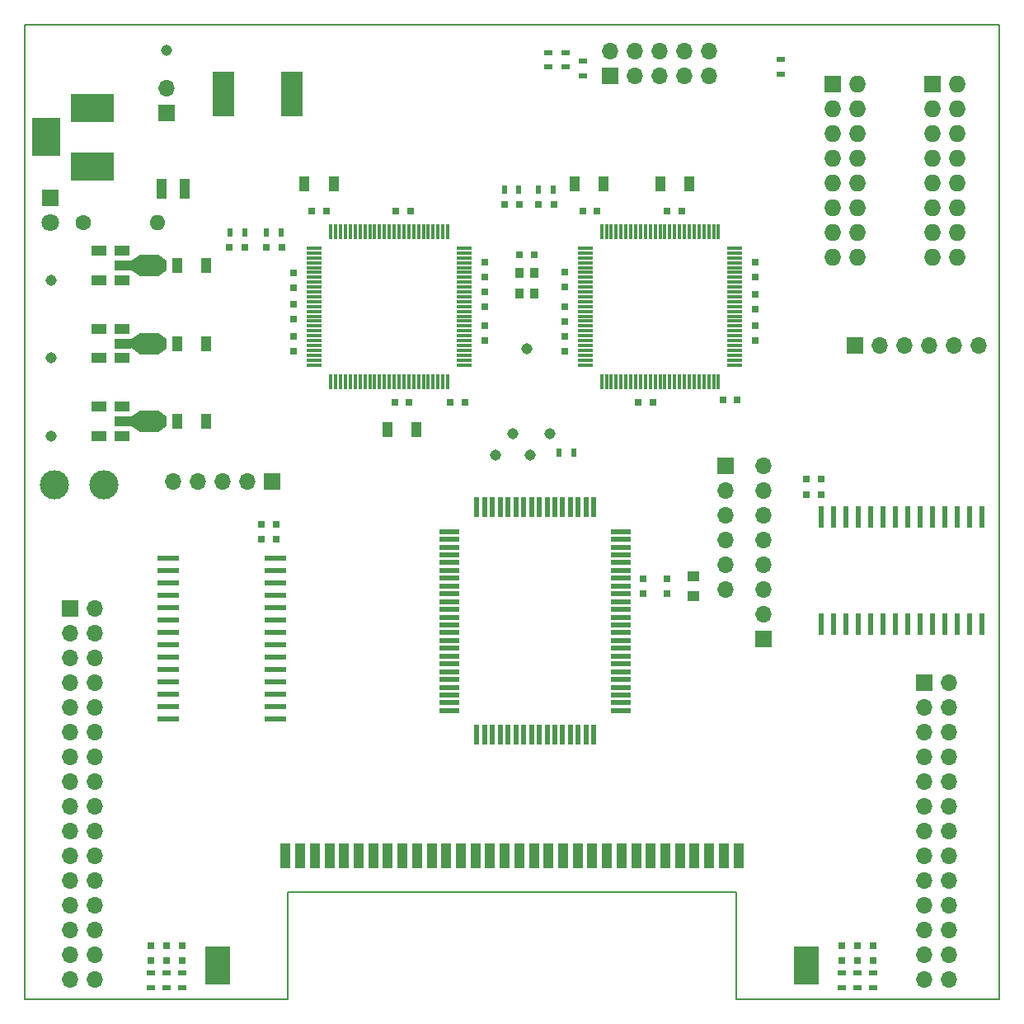
<source format=gbr>
G04 #@! TF.GenerationSoftware,KiCad,Pcbnew,5.1.6-c6e7f7d~86~ubuntu20.04.1*
G04 #@! TF.CreationDate,2020-05-17T16:05:01+03:00*
G04 #@! TF.ProjectId,GB-BENCH-G1,47422d42-454e-4434-982d-47312e6b6963,rev?*
G04 #@! TF.SameCoordinates,Original*
G04 #@! TF.FileFunction,Soldermask,Top*
G04 #@! TF.FilePolarity,Negative*
%FSLAX46Y46*%
G04 Gerber Fmt 4.6, Leading zero omitted, Abs format (unit mm)*
G04 Created by KiCad (PCBNEW 5.1.6-c6e7f7d~86~ubuntu20.04.1) date 2020-05-17 16:05:01*
%MOMM*%
%LPD*%
G01*
G04 APERTURE LIST*
G04 #@! TA.AperFunction,Profile*
%ADD10C,0.150000*%
G04 #@! TD*
%ADD11R,0.600000X2.200000*%
%ADD12C,3.000000*%
%ADD13R,2.200000X0.600000*%
%ADD14R,0.500000X2.000000*%
%ADD15R,2.000000X0.500000*%
%ADD16C,1.143000*%
%ADD17R,1.727200X1.727200*%
%ADD18O,1.727200X1.727200*%
%ADD19R,1.000000X1.600000*%
%ADD20R,0.750000X0.800000*%
%ADD21R,0.800000X0.750000*%
%ADD22R,1.600000X1.000000*%
%ADD23R,1.250000X1.000000*%
%ADD24R,1.800000X1.800000*%
%ADD25C,1.800000*%
%ADD26R,0.800000X0.800000*%
%ADD27R,1.140000X2.030000*%
%ADD28R,1.700000X1.700000*%
%ADD29O,1.700000X1.700000*%
%ADD30R,1.000000X2.500000*%
%ADD31R,2.500000X4.000000*%
%ADD32R,0.500000X0.900000*%
%ADD33C,1.600000*%
%ADD34O,1.600000X1.600000*%
%ADD35R,0.900000X0.500000*%
%ADD36R,0.300000X1.500000*%
%ADD37R,1.500000X0.300000*%
%ADD38C,0.100000*%
%ADD39R,1.500000X1.000000*%
%ADD40R,1.800000X1.000000*%
%ADD41R,1.840000X2.200000*%
%ADD42R,0.900000X1.000000*%
%ADD43R,2.300000X4.600000*%
%ADD44R,3.000000X4.000000*%
%ADD45R,4.500000X3.000000*%
G04 APERTURE END LIST*
D10*
X77000000Y-139000000D02*
X77000000Y-150000000D01*
X123000000Y-139000000D02*
X77000000Y-139000000D01*
X123000000Y-150000000D02*
X123000000Y-139000000D01*
X123000000Y-150000000D02*
X150000000Y-150000000D01*
X50000000Y-150000000D02*
X77000000Y-150000000D01*
X150000000Y-50000000D02*
X150000000Y-150000000D01*
X50000000Y-50000000D02*
X50000000Y-150000000D01*
X50000000Y-50000000D02*
X150000000Y-50000000D01*
D11*
X131745000Y-100500000D03*
X131745000Y-111500000D03*
X133015000Y-100500000D03*
X133015000Y-111500000D03*
X134285000Y-100500000D03*
X134285000Y-111500000D03*
X135555000Y-100500000D03*
X135555000Y-111500000D03*
X136825000Y-100500000D03*
X136825000Y-111500000D03*
X138095000Y-100500000D03*
X138095000Y-111500000D03*
X139365000Y-100500000D03*
X139365000Y-111500000D03*
X140635000Y-100500000D03*
X140635000Y-111500000D03*
X141905000Y-100500000D03*
X141905000Y-111500000D03*
X143175000Y-100500000D03*
X143175000Y-111500000D03*
X144445000Y-100500000D03*
X144445000Y-111500000D03*
X145715000Y-100500000D03*
X145715000Y-111500000D03*
X146985000Y-100500000D03*
X146985000Y-111500000D03*
X148255000Y-100500000D03*
X148255000Y-111500000D03*
D12*
X58100000Y-97200000D03*
X53020000Y-97200000D03*
D13*
X75700000Y-104760000D03*
X64700000Y-104760000D03*
X75700000Y-106030000D03*
X64700000Y-106030000D03*
X75700000Y-107300000D03*
X64700000Y-107300000D03*
X75700000Y-108570000D03*
X64700000Y-108570000D03*
X75700000Y-109840000D03*
X64700000Y-109840000D03*
X75700000Y-111110000D03*
X64700000Y-111110000D03*
X75700000Y-112380000D03*
X64700000Y-112380000D03*
X75700000Y-113650000D03*
X64700000Y-113650000D03*
X75700000Y-114920000D03*
X64700000Y-114920000D03*
X75700000Y-116190000D03*
X64700000Y-116190000D03*
X75700000Y-117460000D03*
X64700000Y-117460000D03*
X75700000Y-118730000D03*
X64700000Y-118730000D03*
X75700000Y-120000000D03*
X64700000Y-120000000D03*
X75700000Y-121270000D03*
X64700000Y-121270000D03*
D14*
X108400000Y-99500000D03*
D15*
X111200000Y-102000000D03*
X93600000Y-102000000D03*
X93600000Y-102800000D03*
X93600000Y-103600000D03*
X93600000Y-104400000D03*
X93600000Y-105200000D03*
X93600000Y-106000000D03*
X93600000Y-106800000D03*
X93600000Y-107600000D03*
X93600000Y-108400000D03*
X93600000Y-109200000D03*
X93600000Y-110000000D03*
X93600000Y-110800000D03*
X93600000Y-111600000D03*
X93600000Y-112400000D03*
X93600000Y-113200000D03*
X93600000Y-114000000D03*
X93600000Y-114800000D03*
X93600000Y-115600000D03*
X93600000Y-116400000D03*
X93600000Y-117200000D03*
X93600000Y-118000000D03*
X93600000Y-118800000D03*
X93600000Y-119600000D03*
X93600000Y-120400000D03*
D14*
X96400000Y-122900000D03*
X97200000Y-122900000D03*
X98000000Y-122900000D03*
X98800000Y-122900000D03*
X99600000Y-122900000D03*
X100400000Y-122900000D03*
X101200000Y-122900000D03*
X102000000Y-122900000D03*
X102800000Y-122900000D03*
X103600000Y-122900000D03*
X104400000Y-122900000D03*
X105200000Y-122900000D03*
X106000000Y-122900000D03*
X106800000Y-122900000D03*
X107600000Y-122900000D03*
X108400000Y-122900000D03*
D15*
X111200000Y-102800000D03*
X111200000Y-103600000D03*
X111200000Y-104400000D03*
X111200000Y-105200000D03*
X111200000Y-106000000D03*
X111200000Y-106800000D03*
X111200000Y-107600000D03*
X111200000Y-108400000D03*
X111200000Y-109200000D03*
X111200000Y-110000000D03*
X111200000Y-110800000D03*
X111200000Y-111600000D03*
X111200000Y-112400000D03*
X111200000Y-113200000D03*
X111200000Y-114000000D03*
X111200000Y-114800000D03*
X111200000Y-115600000D03*
X111200000Y-116400000D03*
X111200000Y-117200000D03*
X111200000Y-118000000D03*
X111200000Y-118800000D03*
X111200000Y-119600000D03*
X111200000Y-120400000D03*
D14*
X107600000Y-99500000D03*
X106800000Y-99500000D03*
X106000000Y-99500000D03*
X105200000Y-99500000D03*
X104400000Y-99500000D03*
X103600000Y-99500000D03*
X102800000Y-99500000D03*
X102000000Y-99500000D03*
X101200000Y-99500000D03*
X100400000Y-99500000D03*
X99600000Y-99500000D03*
X98800000Y-99500000D03*
X98000000Y-99500000D03*
X97200000Y-99500000D03*
X96400000Y-99500000D03*
D16*
X101900000Y-94200000D03*
X52700000Y-92200000D03*
D17*
X132960000Y-56100000D03*
D18*
X135500000Y-56100000D03*
X132960000Y-58640000D03*
X135500000Y-58640000D03*
X132960000Y-61180000D03*
X135500000Y-61180000D03*
X132960000Y-63720000D03*
X135500000Y-63720000D03*
X132960000Y-66260000D03*
X135500000Y-66260000D03*
X132960000Y-68800000D03*
X135500000Y-68800000D03*
X132960000Y-71340000D03*
X135500000Y-71340000D03*
X132960000Y-73880000D03*
X135500000Y-73880000D03*
D19*
X87200000Y-91500000D03*
X90200000Y-91500000D03*
D20*
X77600000Y-81950000D03*
X77600000Y-83450000D03*
D21*
X87950000Y-88700000D03*
X89450000Y-88700000D03*
D20*
X97200000Y-80850000D03*
X97200000Y-82350000D03*
D19*
X81700000Y-66300000D03*
X78700000Y-66300000D03*
D21*
X80950000Y-69100000D03*
X79450000Y-69100000D03*
D20*
X77600000Y-80150000D03*
X77600000Y-78650000D03*
D21*
X93650000Y-88700000D03*
X95150000Y-88700000D03*
D20*
X97200000Y-77400000D03*
X97200000Y-78900000D03*
D19*
X65600000Y-74700000D03*
X68600000Y-74700000D03*
X65600000Y-82700000D03*
X68600000Y-82700000D03*
X65600000Y-90700000D03*
X68600000Y-90700000D03*
D21*
X88050000Y-69100000D03*
X89550000Y-69100000D03*
D20*
X77600000Y-76950000D03*
X77600000Y-75450000D03*
D22*
X57600000Y-76200000D03*
X57600000Y-73200000D03*
X57600000Y-84200000D03*
X57600000Y-81200000D03*
X57600000Y-92200000D03*
X57600000Y-89200000D03*
D20*
X97200000Y-75850000D03*
X97200000Y-74350000D03*
D21*
X114450000Y-88700000D03*
X112950000Y-88700000D03*
D20*
X125000000Y-80850000D03*
X125000000Y-82350000D03*
X105400000Y-81950000D03*
X105400000Y-83450000D03*
D21*
X121650000Y-88500000D03*
X123150000Y-88500000D03*
D20*
X125000000Y-77650000D03*
X125000000Y-79150000D03*
D21*
X108750000Y-69100000D03*
X107250000Y-69100000D03*
D20*
X105400000Y-80450000D03*
X105400000Y-78950000D03*
D19*
X109400000Y-66300000D03*
X106400000Y-66300000D03*
D20*
X125000000Y-75850000D03*
X125000000Y-74350000D03*
D21*
X115950000Y-69100000D03*
X117450000Y-69100000D03*
D20*
X105400000Y-76850000D03*
X105400000Y-75350000D03*
D19*
X115200000Y-66300000D03*
X118200000Y-66300000D03*
D21*
X102250000Y-73600000D03*
X100750000Y-73600000D03*
X131750000Y-98200000D03*
X130250000Y-98200000D03*
X131750000Y-96600000D03*
X130250000Y-96600000D03*
X75750000Y-101300000D03*
X74250000Y-101300000D03*
D20*
X113500000Y-106850000D03*
X113500000Y-108350000D03*
D21*
X75750000Y-102800000D03*
X74250000Y-102800000D03*
D20*
X115900000Y-106850000D03*
X115900000Y-108350000D03*
D23*
X118600000Y-106600000D03*
X118600000Y-108600000D03*
D24*
X52600000Y-67760000D03*
D25*
X52600000Y-70300000D03*
D26*
X135500000Y-146100000D03*
X135500000Y-144500000D03*
X137100000Y-146100000D03*
X137100000Y-144500000D03*
X133900000Y-146100000D03*
X133900000Y-144500000D03*
X64500000Y-146100000D03*
X64500000Y-144500000D03*
X66100000Y-146100000D03*
X66100000Y-144500000D03*
X62900000Y-146100000D03*
X62900000Y-144500000D03*
D27*
X66400000Y-66800000D03*
X64000000Y-66800000D03*
D17*
X143160000Y-56100000D03*
D18*
X145700000Y-56100000D03*
X143160000Y-58640000D03*
X145700000Y-58640000D03*
X143160000Y-61180000D03*
X145700000Y-61180000D03*
X143160000Y-63720000D03*
X145700000Y-63720000D03*
X143160000Y-66260000D03*
X145700000Y-66260000D03*
X143160000Y-68800000D03*
X145700000Y-68800000D03*
X143160000Y-71340000D03*
X145700000Y-71340000D03*
X143160000Y-73880000D03*
X145700000Y-73880000D03*
D28*
X142300000Y-117500000D03*
D29*
X144840000Y-117500000D03*
X142300000Y-120040000D03*
X144840000Y-120040000D03*
X142300000Y-122580000D03*
X144840000Y-122580000D03*
X142300000Y-125120000D03*
X144840000Y-125120000D03*
X142300000Y-127660000D03*
X144840000Y-127660000D03*
X142300000Y-130200000D03*
X144840000Y-130200000D03*
X142300000Y-132740000D03*
X144840000Y-132740000D03*
X142300000Y-135280000D03*
X144840000Y-135280000D03*
X142300000Y-137820000D03*
X144840000Y-137820000D03*
X142300000Y-140360000D03*
X144840000Y-140360000D03*
X142300000Y-142900000D03*
X144840000Y-142900000D03*
X142300000Y-145440000D03*
X144840000Y-145440000D03*
X142300000Y-147980000D03*
X144840000Y-147980000D03*
D28*
X125800000Y-113060000D03*
D29*
X125800000Y-110520000D03*
X125800000Y-107980000D03*
X125800000Y-105440000D03*
X125800000Y-102900000D03*
X125800000Y-100360000D03*
X125800000Y-97820000D03*
X125800000Y-95280000D03*
D28*
X135180000Y-82900000D03*
D29*
X137720000Y-82900000D03*
X140260000Y-82900000D03*
X142800000Y-82900000D03*
X145340000Y-82900000D03*
X147880000Y-82900000D03*
D28*
X54600000Y-109880000D03*
D29*
X57140000Y-109880000D03*
X54600000Y-112420000D03*
X57140000Y-112420000D03*
X54600000Y-114960000D03*
X57140000Y-114960000D03*
X54600000Y-117500000D03*
X57140000Y-117500000D03*
X54600000Y-120040000D03*
X57140000Y-120040000D03*
X54600000Y-122580000D03*
X57140000Y-122580000D03*
X54600000Y-125120000D03*
X57140000Y-125120000D03*
X54600000Y-127660000D03*
X57140000Y-127660000D03*
X54600000Y-130200000D03*
X57140000Y-130200000D03*
X54600000Y-132740000D03*
X57140000Y-132740000D03*
X54600000Y-135280000D03*
X57140000Y-135280000D03*
X54600000Y-137820000D03*
X57140000Y-137820000D03*
X54600000Y-140360000D03*
X57140000Y-140360000D03*
X54600000Y-142900000D03*
X57140000Y-142900000D03*
X54600000Y-145440000D03*
X57140000Y-145440000D03*
X54600000Y-147980000D03*
X57140000Y-147980000D03*
D28*
X121900000Y-95280000D03*
D29*
X121900000Y-97820000D03*
X121900000Y-100360000D03*
X121900000Y-102900000D03*
X121900000Y-105440000D03*
X121900000Y-107980000D03*
D30*
X123250000Y-135300000D03*
X102250000Y-135300000D03*
X121750000Y-135300000D03*
X120250000Y-135300000D03*
X118750000Y-135300000D03*
X117250000Y-135300000D03*
X115750000Y-135300000D03*
X114250000Y-135300000D03*
X112750000Y-135300000D03*
X111250000Y-135300000D03*
X109750000Y-135300000D03*
X108250000Y-135300000D03*
X106750000Y-135300000D03*
X105250000Y-135300000D03*
X103750000Y-135300000D03*
X100750000Y-135300000D03*
X99250000Y-135300000D03*
X97750000Y-135300000D03*
X96250000Y-135300000D03*
X94750000Y-135300000D03*
X93250000Y-135300000D03*
X91750000Y-135300000D03*
X90250000Y-135300000D03*
X88750000Y-135300000D03*
X87250000Y-135300000D03*
X85750000Y-135300000D03*
X84250000Y-135300000D03*
X82750000Y-135300000D03*
X81250000Y-135300000D03*
X79750000Y-135300000D03*
X78250000Y-135300000D03*
X76750000Y-135300000D03*
D31*
X130200000Y-146550000D03*
X69800000Y-146550000D03*
D28*
X75380000Y-96900000D03*
D29*
X72840000Y-96900000D03*
X70300000Y-96900000D03*
X67760000Y-96900000D03*
X65220000Y-96900000D03*
D28*
X64500000Y-59000000D03*
D29*
X64500000Y-56460000D03*
D32*
X104850000Y-93900000D03*
X106350000Y-93900000D03*
D33*
X56000000Y-70300000D03*
D34*
X63620000Y-70300000D03*
D35*
X127600000Y-55050000D03*
X127600000Y-53550000D03*
X103700000Y-52800000D03*
X103700000Y-54300000D03*
X107300000Y-53700000D03*
X107300000Y-55200000D03*
X105500000Y-52800000D03*
X105500000Y-54300000D03*
X135500000Y-147350000D03*
X135500000Y-148850000D03*
X137100000Y-147350000D03*
X137100000Y-148850000D03*
X133900000Y-147350000D03*
X133900000Y-148850000D03*
X64500000Y-148850000D03*
X64500000Y-147350000D03*
X66100000Y-148850000D03*
X66100000Y-147350000D03*
X62900000Y-148850000D03*
X62900000Y-147350000D03*
D16*
X64500000Y-52600000D03*
X52700000Y-76200000D03*
X52700000Y-84200000D03*
X103900000Y-92000000D03*
X100100000Y-92000000D03*
X98300000Y-94200000D03*
D36*
X93400000Y-71200000D03*
X92900000Y-71200000D03*
X92400000Y-71200000D03*
X91900000Y-71200000D03*
X91400000Y-71200000D03*
X90900000Y-71200000D03*
X90400000Y-71200000D03*
X89900000Y-71200000D03*
X89400000Y-71200000D03*
X88900000Y-71200000D03*
X88400000Y-71200000D03*
X87900000Y-71200000D03*
X87400000Y-71200000D03*
X86900000Y-71200000D03*
X86400000Y-71200000D03*
X85900000Y-71200000D03*
X85400000Y-71200000D03*
X84900000Y-71200000D03*
X84400000Y-71200000D03*
X83900000Y-71200000D03*
X83400000Y-71200000D03*
X82900000Y-71200000D03*
X82400000Y-71200000D03*
X81900000Y-71200000D03*
X81400000Y-71200000D03*
D37*
X79700000Y-72900000D03*
X79700000Y-73400000D03*
X79700000Y-73900000D03*
X79700000Y-74400000D03*
X79700000Y-74900000D03*
X79700000Y-75400000D03*
X79700000Y-75900000D03*
X79700000Y-76400000D03*
X79700000Y-76900000D03*
X79700000Y-77400000D03*
X79700000Y-77900000D03*
X79700000Y-78400000D03*
X79700000Y-78900000D03*
X79700000Y-79400000D03*
X79700000Y-79900000D03*
X79700000Y-80400000D03*
X79700000Y-80900000D03*
X79700000Y-81400000D03*
X79700000Y-81900000D03*
X79700000Y-82400000D03*
X79700000Y-82900000D03*
X79700000Y-83400000D03*
X79700000Y-83900000D03*
X79700000Y-84400000D03*
X79700000Y-84900000D03*
D36*
X81400000Y-86600000D03*
X81900000Y-86600000D03*
X82400000Y-86600000D03*
X82900000Y-86600000D03*
X83400000Y-86600000D03*
X83900000Y-86600000D03*
X84400000Y-86600000D03*
X84900000Y-86600000D03*
X85400000Y-86600000D03*
X85900000Y-86600000D03*
X86400000Y-86600000D03*
X86900000Y-86600000D03*
X87400000Y-86600000D03*
X87900000Y-86600000D03*
X88400000Y-86600000D03*
X88900000Y-86600000D03*
X89400000Y-86600000D03*
X89900000Y-86600000D03*
X90400000Y-86600000D03*
X90900000Y-86600000D03*
X91400000Y-86600000D03*
X91900000Y-86600000D03*
X92400000Y-86600000D03*
X92900000Y-86600000D03*
X93400000Y-86600000D03*
D37*
X95100000Y-84900000D03*
X95100000Y-84400000D03*
X95100000Y-83900000D03*
X95100000Y-83400000D03*
X95100000Y-82900000D03*
X95100000Y-82400000D03*
X95100000Y-81900000D03*
X95100000Y-81400000D03*
X95100000Y-80900000D03*
X95100000Y-80400000D03*
X95100000Y-79900000D03*
X95100000Y-79400000D03*
X95100000Y-78900000D03*
X95100000Y-78400000D03*
X95100000Y-77900000D03*
X95100000Y-77400000D03*
X95100000Y-76900000D03*
X95100000Y-76400000D03*
X95100000Y-75900000D03*
X95100000Y-75400000D03*
X95100000Y-74900000D03*
X95100000Y-74400000D03*
X95100000Y-73900000D03*
X95100000Y-73400000D03*
X95100000Y-72900000D03*
D38*
G36*
X63642000Y-73600000D02*
G01*
X64492000Y-74200000D01*
X64492000Y-75200000D01*
X63642000Y-75800000D01*
X63642000Y-73600000D01*
G37*
D39*
X59920000Y-73200000D03*
D40*
X60066500Y-74700000D03*
D39*
X59920000Y-76200000D03*
D41*
X62733500Y-74700000D03*
D38*
G36*
X61823800Y-75800000D02*
G01*
X60823800Y-75100000D01*
X60823800Y-74300000D01*
X61823800Y-73600000D01*
X61823800Y-75800000D01*
G37*
G36*
X63642000Y-81600000D02*
G01*
X64492000Y-82200000D01*
X64492000Y-83200000D01*
X63642000Y-83800000D01*
X63642000Y-81600000D01*
G37*
D39*
X59920000Y-81200000D03*
D40*
X60066500Y-82700000D03*
D39*
X59920000Y-84200000D03*
D41*
X62733500Y-82700000D03*
D38*
G36*
X61823800Y-83800000D02*
G01*
X60823800Y-83100000D01*
X60823800Y-82300000D01*
X61823800Y-81600000D01*
X61823800Y-83800000D01*
G37*
G36*
X63642000Y-89600000D02*
G01*
X64492000Y-90200000D01*
X64492000Y-91200000D01*
X63642000Y-91800000D01*
X63642000Y-89600000D01*
G37*
D39*
X59920000Y-89200000D03*
D40*
X60066500Y-90700000D03*
D39*
X59920000Y-92200000D03*
D41*
X62733500Y-90700000D03*
D38*
G36*
X61823800Y-91800000D02*
G01*
X60823800Y-91100000D01*
X60823800Y-90300000D01*
X61823800Y-89600000D01*
X61823800Y-91800000D01*
G37*
D36*
X109200000Y-86600000D03*
X109700000Y-86600000D03*
X110200000Y-86600000D03*
X110700000Y-86600000D03*
X111200000Y-86600000D03*
X111700000Y-86600000D03*
X112200000Y-86600000D03*
X112700000Y-86600000D03*
X113200000Y-86600000D03*
X113700000Y-86600000D03*
X114200000Y-86600000D03*
X114700000Y-86600000D03*
X115200000Y-86600000D03*
X115700000Y-86600000D03*
X116200000Y-86600000D03*
X116700000Y-86600000D03*
X117200000Y-86600000D03*
X117700000Y-86600000D03*
X118200000Y-86600000D03*
X118700000Y-86600000D03*
X119200000Y-86600000D03*
X119700000Y-86600000D03*
X120200000Y-86600000D03*
X120700000Y-86600000D03*
X121200000Y-86600000D03*
D37*
X122900000Y-84900000D03*
X122900000Y-84400000D03*
X122900000Y-83900000D03*
X122900000Y-83400000D03*
X122900000Y-82900000D03*
X122900000Y-82400000D03*
X122900000Y-81900000D03*
X122900000Y-81400000D03*
X122900000Y-80900000D03*
X122900000Y-80400000D03*
X122900000Y-79900000D03*
X122900000Y-79400000D03*
X122900000Y-78900000D03*
X122900000Y-78400000D03*
X122900000Y-77900000D03*
X122900000Y-77400000D03*
X122900000Y-76900000D03*
X122900000Y-76400000D03*
X122900000Y-75900000D03*
X122900000Y-75400000D03*
X122900000Y-74900000D03*
X122900000Y-74400000D03*
X122900000Y-73900000D03*
X122900000Y-73400000D03*
X122900000Y-72900000D03*
D36*
X121200000Y-71200000D03*
X120700000Y-71200000D03*
X120200000Y-71200000D03*
X119700000Y-71200000D03*
X119200000Y-71200000D03*
X118700000Y-71200000D03*
X118200000Y-71200000D03*
X117700000Y-71200000D03*
X117200000Y-71200000D03*
X116700000Y-71200000D03*
X116200000Y-71200000D03*
X115700000Y-71200000D03*
X115200000Y-71200000D03*
X114700000Y-71200000D03*
X114200000Y-71200000D03*
X113700000Y-71200000D03*
X113200000Y-71200000D03*
X112700000Y-71200000D03*
X112200000Y-71200000D03*
X111700000Y-71200000D03*
X111200000Y-71200000D03*
X110700000Y-71200000D03*
X110200000Y-71200000D03*
X109700000Y-71200000D03*
X109200000Y-71200000D03*
D37*
X107500000Y-72900000D03*
X107500000Y-73400000D03*
X107500000Y-73900000D03*
X107500000Y-74400000D03*
X107500000Y-74900000D03*
X107500000Y-75400000D03*
X107500000Y-75900000D03*
X107500000Y-76400000D03*
X107500000Y-76900000D03*
X107500000Y-77400000D03*
X107500000Y-77900000D03*
X107500000Y-78400000D03*
X107500000Y-78900000D03*
X107500000Y-79400000D03*
X107500000Y-79900000D03*
X107500000Y-80400000D03*
X107500000Y-80900000D03*
X107500000Y-81400000D03*
X107500000Y-81900000D03*
X107500000Y-82400000D03*
X107500000Y-82900000D03*
X107500000Y-83400000D03*
X107500000Y-83900000D03*
X107500000Y-84400000D03*
X107500000Y-84900000D03*
D42*
X100725000Y-75425000D03*
X100725000Y-77575000D03*
X102275000Y-77575000D03*
X102275000Y-75425000D03*
D16*
X101500000Y-83200000D03*
D28*
X110080000Y-55200000D03*
D29*
X110080000Y-52660000D03*
X112620000Y-55200000D03*
X112620000Y-52660000D03*
X115160000Y-55200000D03*
X115160000Y-52660000D03*
X117700000Y-55200000D03*
X117700000Y-52660000D03*
X120240000Y-55200000D03*
X120240000Y-52660000D03*
D26*
X71000000Y-72800000D03*
X72600000Y-72800000D03*
X76400000Y-72800000D03*
X74800000Y-72800000D03*
X99200000Y-68400000D03*
X100800000Y-68400000D03*
X104300000Y-68400000D03*
X102700000Y-68400000D03*
D32*
X72550000Y-71300000D03*
X71050000Y-71300000D03*
X74750000Y-71300000D03*
X76250000Y-71300000D03*
X100700000Y-66900000D03*
X99200000Y-66900000D03*
X102750000Y-66900000D03*
X104250000Y-66900000D03*
D43*
X70400000Y-57100000D03*
X77400000Y-57100000D03*
D44*
X52200000Y-61500000D03*
D45*
X56900000Y-58500000D03*
X56900000Y-64500000D03*
M02*

</source>
